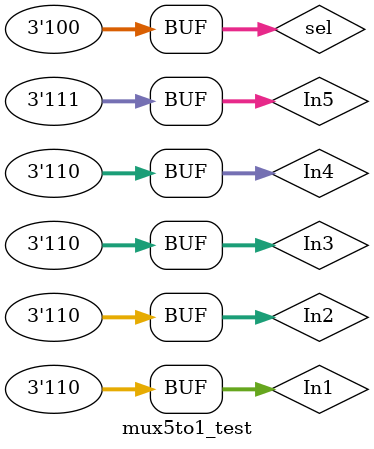
<source format=v>
module mux5to1(Out, Sel, In1, In2, In3, In4, In5); 
  input [2:0]  In1,In2,In3,In4,In5;
  input [2:0] Sel; 
  output [2:0] Out; 
  reg [2:0] Out; 

  always @ (In1 or In2 or In3 or In4 or In5 or Sel) begin 
  case (Sel) 
    3'b000 : Out = In1; 
    3'b001 : Out = In2; 
    3'b010 : Out = In3; 
    3'b011 : Out = In4; 
    3'b100 : Out = In5; 
    default : Out = 3'bx; 
  endcase 
  end  
endmodule

module mux5to1_test();
  reg [2:0] sel;
  reg [2:0]  In1,In2,In3,In4,In5;
  wire [2:0] Out;

  mux5to1 MUX(Out, sel, In1, In2, In3, In4, In5);

  initial begin
    sel=3'b000; In1=111; In2=110; In3=110; In4=110; In5=110;
    #10 sel=3'b001; In1=110; In2=111; In3=110; In4=110; In5=110;
    #10 sel=3'b010; In1=110; In2=110; In3=111; In4=110; In5=110;
    #10 sel=3'b011; In1=110; In2=110; In3=110; In4=111; In5=110;
    #10 sel=3'b100; In1=110; In2=110; In3=110; In4=110; In5=111;
  end

  initial begin
    $monitor("sel=%b, Out=%b, In1=%b, In2=%b, In3=%b, In4=%b, In5=%b"
              ,sel, Out, In1, In2, In3, In4, In5);
    $dumpfile("mux5to1_test.vcd");
    $dumpvars(0, mux5to1_test);
  end
endmodule


</source>
